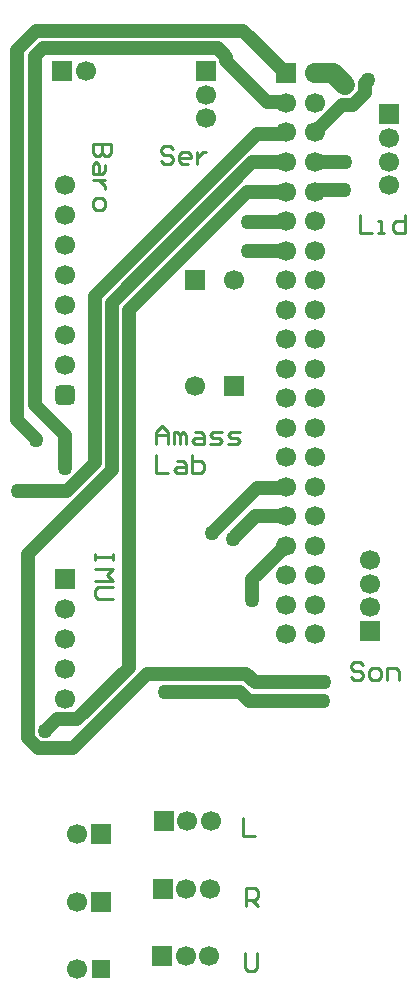
<source format=gbr>
G04*
G04 #@! TF.GenerationSoftware,Altium Limited,Altium Designer,24.5.2 (23)*
G04*
G04 Layer_Physical_Order=1*
G04 Layer_Color=255*
%FSLAX44Y44*%
%MOMM*%
G71*
G04*
G04 #@! TF.SameCoordinates,7D5F9B9D-7955-483F-804A-6CD0886EC014*
G04*
G04*
G04 #@! TF.FilePolarity,Positive*
G04*
G01*
G75*
%ADD10C,1.2000*%
%ADD11C,1.7000*%
%ADD12C,0.2540*%
%ADD13R,1.7000X1.7000*%
%ADD14C,1.7000*%
%ADD15R,1.7000X1.7000*%
%ADD16R,1.5000X1.5000*%
G04:AMPARAMS|DCode=17|XSize=1.7mm|YSize=1.7mm|CornerRadius=0.425mm|HoleSize=0mm|Usage=FLASHONLY|Rotation=90.000|XOffset=0mm|YOffset=0mm|HoleType=Round|Shape=RoundedRectangle|*
%AMROUNDEDRECTD17*
21,1,1.7000,0.8500,0,0,90.0*
21,1,0.8500,1.7000,0,0,90.0*
1,1,0.8500,0.4250,0.4250*
1,1,0.8500,0.4250,-0.4250*
1,1,0.8500,-0.4250,-0.4250*
1,1,0.8500,-0.4250,0.4250*
%
%ADD17ROUNDEDRECTD17*%
%ADD18C,1.2700*%
D10*
X585315Y1099977D02*
X586031Y1100692D01*
X561340Y1099020D02*
X562297Y1099977D01*
X586031Y1100692D02*
X586220D01*
X562297Y1099977D02*
X585315D01*
X478757Y1220470D02*
X486090Y1213137D01*
X323850Y1078230D02*
Y1213441D01*
X330879Y1220470D01*
X486090Y1209137D02*
Y1213137D01*
X330879Y1220470D02*
X478757D01*
X308960Y905349D02*
Y1219113D01*
X324857Y1235010D01*
X486090Y1209137D02*
X520490Y1174737D01*
X500350Y1235010D02*
X536340Y1199020D01*
X324857Y1235010D02*
X500350D01*
X403860Y999005D02*
X503875Y1099020D01*
X536340D01*
X389190Y863190D02*
Y1004897D01*
X374650Y1010920D02*
X511793Y1148063D01*
X535383D01*
X374650Y869212D02*
Y1010920D01*
X389190Y1004897D02*
X508313Y1124020D01*
X536340D01*
X403860Y695960D02*
Y999005D01*
X535383Y1148063D02*
X536340Y1149020D01*
X323850Y918210D02*
X349250Y892810D01*
X323850Y918210D02*
Y1078230D01*
X349250Y864870D02*
Y892810D01*
X308960Y905349D02*
X325120Y889189D01*
Y889000D02*
Y889189D01*
X360150Y652250D02*
X403860Y695960D01*
X342559Y652250D02*
X360150D01*
X326572Y627730D02*
X356193D01*
X419343Y690880D02*
X503163D01*
X356193Y627730D02*
X419343Y690880D01*
X332929Y642620D02*
X342559Y652250D01*
X505460Y668020D02*
X567690D01*
X497840Y675640D02*
X505460Y668020D01*
X584402Y1172082D02*
X593798D01*
X561340Y1149020D02*
X584402Y1172082D01*
X593798D02*
X603780Y1182063D01*
X605790Y1193281D02*
Y1193470D01*
X603780Y1191271D02*
X605790Y1193281D01*
X603780Y1182063D02*
Y1191271D01*
X510433Y683610D02*
X568610D01*
X503163Y690880D02*
X510433Y683610D01*
X434340Y675640D02*
X497840D01*
X504190Y1049020D02*
X536340D01*
X332740Y642620D02*
X332929D01*
X535622Y1073303D02*
X536340Y1074020D01*
X504190Y1073150D02*
X504342Y1073303D01*
X535622D01*
X508134Y753244D02*
Y770814D01*
X536340Y799020D01*
X508000Y753110D02*
X508134Y753244D01*
X536286Y823966D02*
X536340Y824020D01*
X491490Y805180D02*
X510276Y823966D01*
X536286D01*
X511753Y848303D02*
X535622D01*
X473710Y810260D02*
X511753Y848303D01*
X535622D02*
X536340Y849020D01*
X317850Y636452D02*
X326572Y627730D01*
X317850Y791850D02*
X389190Y863190D01*
X317850Y636452D02*
Y791850D01*
X351258Y845820D02*
X374650Y869212D01*
X309880Y845820D02*
X351258D01*
X535800Y1173480D02*
X536340Y1174020D01*
X520490Y1174737D02*
X535622D01*
X536340Y1174020D01*
X348580Y746160D02*
X349250Y745490D01*
X535622Y724737D02*
X536340Y724020D01*
X586670Y1124020D02*
X586740Y1123950D01*
X561340Y1124020D02*
X586670D01*
D11*
X576842Y1199020D02*
X586740Y1189122D01*
X561340Y1199020D02*
X576842D01*
D12*
X426720Y885438D02*
Y895595D01*
X431798Y900673D01*
X436877Y895595D01*
Y885438D01*
Y893056D01*
X426720D01*
X441955Y885438D02*
Y895595D01*
X444494D01*
X447033Y893056D01*
Y885438D01*
Y893056D01*
X449573Y895595D01*
X452112Y893056D01*
Y885438D01*
X459729Y895595D02*
X464808D01*
X467347Y893056D01*
Y885438D01*
X459729D01*
X457190Y887977D01*
X459729Y890516D01*
X467347D01*
X472425Y885438D02*
X480043D01*
X482582Y887977D01*
X480043Y890516D01*
X474964D01*
X472425Y893056D01*
X474964Y895595D01*
X482582D01*
X487660Y885438D02*
X495278D01*
X497817Y887977D01*
X495278Y890516D01*
X490200D01*
X487660Y893056D01*
X490200Y895595D01*
X497817D01*
X426720Y876295D02*
Y861060D01*
X436877D01*
X444494Y871217D02*
X449573D01*
X452112Y868678D01*
Y861060D01*
X444494D01*
X441955Y863599D01*
X444494Y866138D01*
X452112D01*
X457190Y876295D02*
Y861060D01*
X464808D01*
X467347Y863599D01*
Y866138D01*
Y868678D01*
X464808Y871217D01*
X457190D01*
X599440Y1079495D02*
Y1064260D01*
X609597D01*
X614675D02*
X619753D01*
X617214D01*
Y1074417D01*
X614675D01*
X637528Y1079495D02*
Y1064260D01*
X629910D01*
X627371Y1066799D01*
Y1071878D01*
X629910Y1074417D01*
X637528D01*
X601977Y698496D02*
X599437Y701035D01*
X594359D01*
X591820Y698496D01*
Y695957D01*
X594359Y693418D01*
X599437D01*
X601977Y690878D01*
Y688339D01*
X599437Y685800D01*
X594359D01*
X591820Y688339D01*
X609594Y685800D02*
X614673D01*
X617212Y688339D01*
Y693418D01*
X614673Y695957D01*
X609594D01*
X607055Y693418D01*
Y688339D01*
X609594Y685800D01*
X622290D02*
Y695957D01*
X629908D01*
X632447Y693418D01*
Y685800D01*
X501650Y454655D02*
Y441959D01*
X504189Y439420D01*
X509268D01*
X511807Y441959D01*
Y454655D01*
X502920Y494030D02*
Y509265D01*
X510537D01*
X513077Y506726D01*
Y501647D01*
X510537Y499108D01*
X502920D01*
X507998D02*
X513077Y494030D01*
X500380Y568955D02*
Y553720D01*
X510537D01*
X389885Y792480D02*
Y787402D01*
Y789941D01*
X374650D01*
Y792480D01*
Y787402D01*
Y779784D02*
X389885D01*
X384807Y774706D01*
X389885Y769627D01*
X374650D01*
X389885Y764549D02*
X377189D01*
X374650Y762010D01*
Y756932D01*
X377189Y754392D01*
X389885D01*
X388615Y1139190D02*
X373380D01*
Y1131572D01*
X375919Y1129033D01*
X378458D01*
X380998Y1131572D01*
Y1139190D01*
Y1131572D01*
X383537Y1129033D01*
X386076D01*
X388615Y1131572D01*
Y1139190D01*
X383537Y1121416D02*
Y1116337D01*
X380998Y1113798D01*
X373380D01*
Y1121416D01*
X375919Y1123955D01*
X378458Y1121416D01*
Y1113798D01*
X383537Y1108720D02*
X373380D01*
X378458D01*
X380998Y1106181D01*
X383537Y1103642D01*
Y1101102D01*
X373380Y1090946D02*
Y1085867D01*
X375919Y1083328D01*
X380998D01*
X383537Y1085867D01*
Y1090946D01*
X380998Y1093485D01*
X375919D01*
X373380Y1090946D01*
X440687Y1135376D02*
X438148Y1137915D01*
X433069D01*
X430530Y1135376D01*
Y1132837D01*
X433069Y1130297D01*
X438148D01*
X440687Y1127758D01*
Y1125219D01*
X438148Y1122680D01*
X433069D01*
X430530Y1125219D01*
X453383Y1122680D02*
X448304D01*
X445765Y1125219D01*
Y1130297D01*
X448304Y1132837D01*
X453383D01*
X455922Y1130297D01*
Y1127758D01*
X445765D01*
X461000Y1132837D02*
Y1122680D01*
Y1127758D01*
X463539Y1130297D01*
X466078Y1132837D01*
X468618D01*
D13*
X349250Y770890D02*
D03*
X623570Y1164270D02*
D03*
X469050Y1201100D02*
D03*
X492760Y934170D02*
D03*
X459740Y1024170D02*
D03*
X536340Y1199020D02*
D03*
X607910Y726920D02*
D03*
D14*
X349250Y745490D02*
D03*
Y720090D02*
D03*
Y694690D02*
D03*
Y669290D02*
D03*
X623570Y1104270D02*
D03*
Y1144270D02*
D03*
Y1124270D02*
D03*
X469050Y1181100D02*
D03*
Y1161100D02*
D03*
X452435Y508635D02*
D03*
X472435D02*
D03*
X471800Y452120D02*
D03*
X451800D02*
D03*
X459740Y934170D02*
D03*
X492760Y1024170D02*
D03*
X561340Y1149020D02*
D03*
Y1199020D02*
D03*
X536340Y1174020D02*
D03*
X561340D02*
D03*
X536340Y1149020D02*
D03*
Y1124020D02*
D03*
X561340D02*
D03*
X536340Y1099020D02*
D03*
X561340D02*
D03*
X536340Y1074020D02*
D03*
X561340D02*
D03*
X536340Y1049020D02*
D03*
X561340D02*
D03*
X536340Y1024020D02*
D03*
X561340D02*
D03*
X536340Y999020D02*
D03*
X561340D02*
D03*
X536340Y974020D02*
D03*
X561340D02*
D03*
X536340Y949020D02*
D03*
X561340D02*
D03*
X536340Y924020D02*
D03*
X561340D02*
D03*
X536340Y899020D02*
D03*
X561340D02*
D03*
X536340Y874020D02*
D03*
X561340D02*
D03*
X536340Y849020D02*
D03*
X561340D02*
D03*
X536340Y824020D02*
D03*
X561340D02*
D03*
X536340Y799020D02*
D03*
X561340D02*
D03*
X536340Y774020D02*
D03*
X561340D02*
D03*
X536340Y749020D02*
D03*
X561340D02*
D03*
X536340Y724020D02*
D03*
X561340D02*
D03*
X607910Y786920D02*
D03*
X367030Y1201420D02*
D03*
X359730Y554990D02*
D03*
Y497840D02*
D03*
Y440690D02*
D03*
X607910Y746920D02*
D03*
Y766920D02*
D03*
X473070Y566420D02*
D03*
X453070D02*
D03*
X349250Y977900D02*
D03*
Y1054100D02*
D03*
Y1003300D02*
D03*
Y952500D02*
D03*
Y1028700D02*
D03*
Y1079500D02*
D03*
Y1104900D02*
D03*
D15*
X432435Y508635D02*
D03*
X431800Y452120D02*
D03*
X379730Y554990D02*
D03*
X347030Y1201420D02*
D03*
X379730Y497840D02*
D03*
X433070Y566420D02*
D03*
D16*
X379730Y440690D02*
D03*
D17*
X349250Y927100D02*
D03*
D18*
X586220Y1100692D02*
D03*
X325120Y889000D02*
D03*
X567690Y668020D02*
D03*
X586740Y1189122D02*
D03*
X568610Y683610D02*
D03*
X434340Y675640D02*
D03*
X332740Y642620D02*
D03*
X605790Y1193470D02*
D03*
X504190Y1073150D02*
D03*
X508000Y753110D02*
D03*
X491490Y805180D02*
D03*
X473710Y810260D02*
D03*
X504190Y1049020D02*
D03*
X309880Y845820D02*
D03*
X349250Y864870D02*
D03*
X323850Y1078230D02*
D03*
X586740Y1123950D02*
D03*
M02*

</source>
